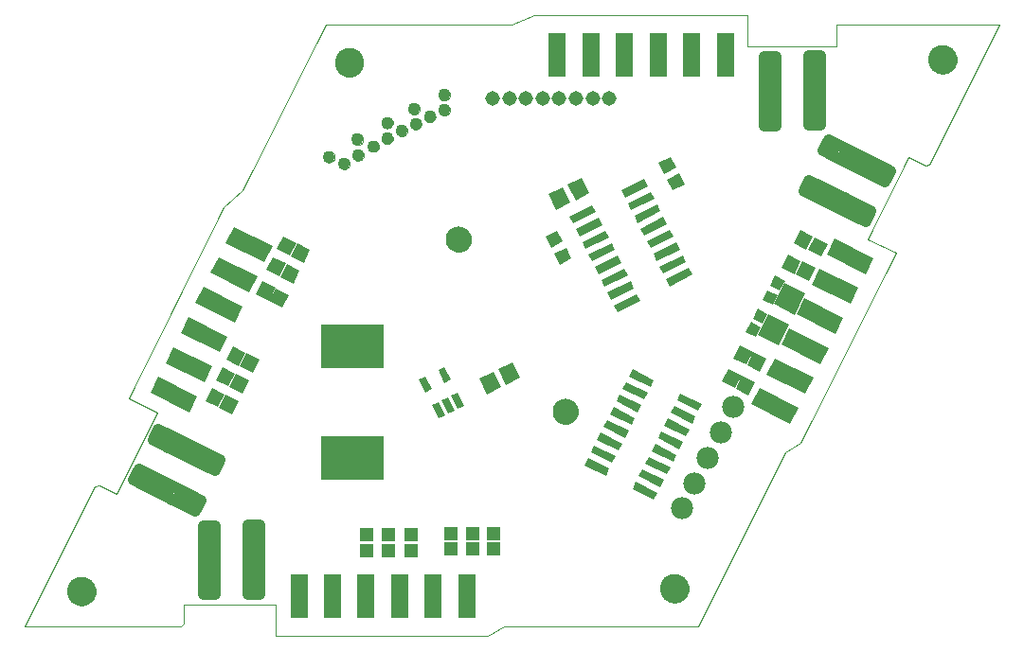
<source format=gbs>
G75*
%MOIN*%
%OFA0B0*%
%FSLAX24Y24*%
%IPPOS*%
%LPD*%
%AMOC8*
5,1,8,0,0,1.08239X$1,22.5*
%
%ADD10C,0.0000*%
%ADD11C,0.1024*%
%ADD12C,0.0906*%
%ADD13C,0.0434*%
%ADD14R,0.0276X0.0906*%
%ADD15R,0.0257X0.0512*%
%ADD16C,0.0516*%
%ADD17R,0.2205X0.1556*%
%ADD18C,0.0780*%
%ADD19R,0.0631X0.1536*%
%ADD20C,0.0414*%
%ADD21R,0.0552X0.0631*%
%ADD22R,0.0850X0.0280*%
%ADD23R,0.0512X0.0512*%
%ADD24R,0.0394X0.0394*%
%ADD25R,0.0827X0.0827*%
%ADD26R,0.0512X0.0512*%
%ADD27R,0.0434X0.0473*%
D10*
X001543Y001214D02*
X007057Y001214D01*
X007162Y001332D01*
X007163Y001992D01*
X010376Y001990D01*
X010370Y000897D01*
X017853Y000897D01*
X018407Y001214D01*
X025254Y001214D01*
X028315Y007336D01*
X028846Y007690D01*
X032212Y014373D01*
X031218Y014865D01*
X032655Y017739D01*
X033246Y017444D01*
X033393Y017483D01*
X035864Y022424D01*
X030103Y022423D01*
X030103Y022424D02*
X030103Y021647D01*
X026989Y021647D01*
X026989Y022739D01*
X019476Y022739D01*
X018689Y022424D01*
X012143Y022424D01*
X009220Y016568D01*
X008561Y015977D01*
X005204Y009265D01*
X006218Y008753D01*
X004781Y005889D01*
X004191Y006184D01*
X004004Y006145D01*
X001543Y001214D01*
X003060Y002453D02*
X003062Y002497D01*
X003068Y002541D01*
X003078Y002584D01*
X003091Y002626D01*
X003109Y002666D01*
X003130Y002705D01*
X003154Y002742D01*
X003181Y002777D01*
X003212Y002809D01*
X003245Y002838D01*
X003281Y002864D01*
X003319Y002886D01*
X003359Y002905D01*
X003400Y002921D01*
X003443Y002933D01*
X003486Y002941D01*
X003530Y002945D01*
X003574Y002945D01*
X003618Y002941D01*
X003661Y002933D01*
X003704Y002921D01*
X003745Y002905D01*
X003785Y002886D01*
X003823Y002864D01*
X003859Y002838D01*
X003892Y002809D01*
X003923Y002777D01*
X003950Y002742D01*
X003974Y002705D01*
X003995Y002666D01*
X004013Y002626D01*
X004026Y002584D01*
X004036Y002541D01*
X004042Y002497D01*
X004044Y002453D01*
X004042Y002409D01*
X004036Y002365D01*
X004026Y002322D01*
X004013Y002280D01*
X003995Y002240D01*
X003974Y002201D01*
X003950Y002164D01*
X003923Y002129D01*
X003892Y002097D01*
X003859Y002068D01*
X003823Y002042D01*
X003785Y002020D01*
X003745Y002001D01*
X003704Y001985D01*
X003661Y001973D01*
X003618Y001965D01*
X003574Y001961D01*
X003530Y001961D01*
X003486Y001965D01*
X003443Y001973D01*
X003400Y001985D01*
X003359Y002001D01*
X003319Y002020D01*
X003281Y002042D01*
X003245Y002068D01*
X003212Y002097D01*
X003181Y002129D01*
X003154Y002164D01*
X003130Y002201D01*
X003109Y002240D01*
X003091Y002280D01*
X003078Y002322D01*
X003068Y002365D01*
X003062Y002409D01*
X003060Y002453D01*
X016391Y014853D02*
X016393Y014894D01*
X016399Y014935D01*
X016409Y014975D01*
X016422Y015014D01*
X016439Y015051D01*
X016460Y015087D01*
X016484Y015121D01*
X016511Y015152D01*
X016540Y015180D01*
X016573Y015206D01*
X016607Y015228D01*
X016644Y015247D01*
X016682Y015262D01*
X016722Y015274D01*
X016762Y015282D01*
X016803Y015286D01*
X016845Y015286D01*
X016886Y015282D01*
X016926Y015274D01*
X016966Y015262D01*
X017004Y015247D01*
X017040Y015228D01*
X017075Y015206D01*
X017108Y015180D01*
X017137Y015152D01*
X017164Y015121D01*
X017188Y015087D01*
X017209Y015051D01*
X017226Y015014D01*
X017239Y014975D01*
X017249Y014935D01*
X017255Y014894D01*
X017257Y014853D01*
X017255Y014812D01*
X017249Y014771D01*
X017239Y014731D01*
X017226Y014692D01*
X017209Y014655D01*
X017188Y014619D01*
X017164Y014585D01*
X017137Y014554D01*
X017108Y014526D01*
X017075Y014500D01*
X017041Y014478D01*
X017004Y014459D01*
X016966Y014444D01*
X016926Y014432D01*
X016886Y014424D01*
X016845Y014420D01*
X016803Y014420D01*
X016762Y014424D01*
X016722Y014432D01*
X016682Y014444D01*
X016644Y014459D01*
X016608Y014478D01*
X016573Y014500D01*
X016540Y014526D01*
X016511Y014554D01*
X016484Y014585D01*
X016460Y014619D01*
X016439Y014655D01*
X016422Y014692D01*
X016409Y014731D01*
X016399Y014771D01*
X016393Y014812D01*
X016391Y014853D01*
X012596Y017523D02*
X012598Y017550D01*
X012604Y017577D01*
X012613Y017603D01*
X012626Y017627D01*
X012642Y017650D01*
X012661Y017669D01*
X012683Y017686D01*
X012707Y017700D01*
X012732Y017710D01*
X012759Y017717D01*
X012786Y017720D01*
X012814Y017719D01*
X012841Y017714D01*
X012867Y017706D01*
X012891Y017694D01*
X012914Y017678D01*
X012935Y017660D01*
X012952Y017639D01*
X012967Y017615D01*
X012978Y017590D01*
X012986Y017564D01*
X012990Y017537D01*
X012990Y017509D01*
X012986Y017482D01*
X012978Y017456D01*
X012967Y017431D01*
X012952Y017407D01*
X012935Y017386D01*
X012914Y017368D01*
X012892Y017352D01*
X012867Y017340D01*
X012841Y017332D01*
X012814Y017327D01*
X012786Y017326D01*
X012759Y017329D01*
X012732Y017336D01*
X012707Y017346D01*
X012683Y017360D01*
X012661Y017377D01*
X012642Y017396D01*
X012626Y017419D01*
X012613Y017443D01*
X012604Y017469D01*
X012598Y017496D01*
X012596Y017523D01*
X012065Y017759D02*
X012067Y017786D01*
X012073Y017813D01*
X012082Y017839D01*
X012095Y017863D01*
X012111Y017886D01*
X012130Y017905D01*
X012152Y017922D01*
X012176Y017936D01*
X012201Y017946D01*
X012228Y017953D01*
X012255Y017956D01*
X012283Y017955D01*
X012310Y017950D01*
X012336Y017942D01*
X012360Y017930D01*
X012383Y017914D01*
X012404Y017896D01*
X012421Y017875D01*
X012436Y017851D01*
X012447Y017826D01*
X012455Y017800D01*
X012459Y017773D01*
X012459Y017745D01*
X012455Y017718D01*
X012447Y017692D01*
X012436Y017667D01*
X012421Y017643D01*
X012404Y017622D01*
X012383Y017604D01*
X012361Y017588D01*
X012336Y017576D01*
X012310Y017568D01*
X012283Y017563D01*
X012255Y017562D01*
X012228Y017565D01*
X012201Y017572D01*
X012176Y017582D01*
X012152Y017596D01*
X012130Y017613D01*
X012111Y017632D01*
X012095Y017655D01*
X012082Y017679D01*
X012073Y017705D01*
X012067Y017732D01*
X012065Y017759D01*
X013088Y017818D02*
X013090Y017845D01*
X013096Y017872D01*
X013105Y017898D01*
X013118Y017922D01*
X013134Y017945D01*
X013153Y017964D01*
X013175Y017981D01*
X013199Y017995D01*
X013224Y018005D01*
X013251Y018012D01*
X013278Y018015D01*
X013306Y018014D01*
X013333Y018009D01*
X013359Y018001D01*
X013383Y017989D01*
X013406Y017973D01*
X013427Y017955D01*
X013444Y017934D01*
X013459Y017910D01*
X013470Y017885D01*
X013478Y017859D01*
X013482Y017832D01*
X013482Y017804D01*
X013478Y017777D01*
X013470Y017751D01*
X013459Y017726D01*
X013444Y017702D01*
X013427Y017681D01*
X013406Y017663D01*
X013384Y017647D01*
X013359Y017635D01*
X013333Y017627D01*
X013306Y017622D01*
X013278Y017621D01*
X013251Y017624D01*
X013224Y017631D01*
X013199Y017641D01*
X013175Y017655D01*
X013153Y017672D01*
X013134Y017691D01*
X013118Y017714D01*
X013105Y017738D01*
X013096Y017764D01*
X013090Y017791D01*
X013088Y017818D01*
X013620Y018133D02*
X013622Y018160D01*
X013628Y018187D01*
X013637Y018213D01*
X013650Y018237D01*
X013666Y018260D01*
X013685Y018279D01*
X013707Y018296D01*
X013731Y018310D01*
X013756Y018320D01*
X013783Y018327D01*
X013810Y018330D01*
X013838Y018329D01*
X013865Y018324D01*
X013891Y018316D01*
X013915Y018304D01*
X013938Y018288D01*
X013959Y018270D01*
X013976Y018249D01*
X013991Y018225D01*
X014002Y018200D01*
X014010Y018174D01*
X014014Y018147D01*
X014014Y018119D01*
X014010Y018092D01*
X014002Y018066D01*
X013991Y018041D01*
X013976Y018017D01*
X013959Y017996D01*
X013938Y017978D01*
X013916Y017962D01*
X013891Y017950D01*
X013865Y017942D01*
X013838Y017937D01*
X013810Y017936D01*
X013783Y017939D01*
X013756Y017946D01*
X013731Y017956D01*
X013707Y017970D01*
X013685Y017987D01*
X013666Y018006D01*
X013650Y018029D01*
X013637Y018053D01*
X013628Y018079D01*
X013622Y018106D01*
X013620Y018133D01*
X013068Y018369D02*
X013070Y018396D01*
X013076Y018423D01*
X013085Y018449D01*
X013098Y018473D01*
X013114Y018496D01*
X013133Y018515D01*
X013155Y018532D01*
X013179Y018546D01*
X013204Y018556D01*
X013231Y018563D01*
X013258Y018566D01*
X013286Y018565D01*
X013313Y018560D01*
X013339Y018552D01*
X013363Y018540D01*
X013386Y018524D01*
X013407Y018506D01*
X013424Y018485D01*
X013439Y018461D01*
X013450Y018436D01*
X013458Y018410D01*
X013462Y018383D01*
X013462Y018355D01*
X013458Y018328D01*
X013450Y018302D01*
X013439Y018277D01*
X013424Y018253D01*
X013407Y018232D01*
X013386Y018214D01*
X013364Y018198D01*
X013339Y018186D01*
X013313Y018178D01*
X013286Y018173D01*
X013258Y018172D01*
X013231Y018175D01*
X013204Y018182D01*
X013179Y018192D01*
X013155Y018206D01*
X013133Y018223D01*
X013114Y018242D01*
X013098Y018265D01*
X013085Y018289D01*
X013076Y018315D01*
X013070Y018342D01*
X013068Y018369D01*
X014112Y018408D02*
X014114Y018435D01*
X014120Y018462D01*
X014129Y018488D01*
X014142Y018512D01*
X014158Y018535D01*
X014177Y018554D01*
X014199Y018571D01*
X014223Y018585D01*
X014248Y018595D01*
X014275Y018602D01*
X014302Y018605D01*
X014330Y018604D01*
X014357Y018599D01*
X014383Y018591D01*
X014407Y018579D01*
X014430Y018563D01*
X014451Y018545D01*
X014468Y018524D01*
X014483Y018500D01*
X014494Y018475D01*
X014502Y018449D01*
X014506Y018422D01*
X014506Y018394D01*
X014502Y018367D01*
X014494Y018341D01*
X014483Y018316D01*
X014468Y018292D01*
X014451Y018271D01*
X014430Y018253D01*
X014408Y018237D01*
X014383Y018225D01*
X014357Y018217D01*
X014330Y018212D01*
X014302Y018211D01*
X014275Y018214D01*
X014248Y018221D01*
X014223Y018231D01*
X014199Y018245D01*
X014177Y018262D01*
X014158Y018281D01*
X014142Y018304D01*
X014129Y018328D01*
X014120Y018354D01*
X014114Y018381D01*
X014112Y018408D01*
X014624Y018684D02*
X014626Y018711D01*
X014632Y018738D01*
X014641Y018764D01*
X014654Y018788D01*
X014670Y018811D01*
X014689Y018830D01*
X014711Y018847D01*
X014735Y018861D01*
X014760Y018871D01*
X014787Y018878D01*
X014814Y018881D01*
X014842Y018880D01*
X014869Y018875D01*
X014895Y018867D01*
X014919Y018855D01*
X014942Y018839D01*
X014963Y018821D01*
X014980Y018800D01*
X014995Y018776D01*
X015006Y018751D01*
X015014Y018725D01*
X015018Y018698D01*
X015018Y018670D01*
X015014Y018643D01*
X015006Y018617D01*
X014995Y018592D01*
X014980Y018568D01*
X014963Y018547D01*
X014942Y018529D01*
X014920Y018513D01*
X014895Y018501D01*
X014869Y018493D01*
X014842Y018488D01*
X014814Y018487D01*
X014787Y018490D01*
X014760Y018497D01*
X014735Y018507D01*
X014711Y018521D01*
X014689Y018538D01*
X014670Y018557D01*
X014654Y018580D01*
X014641Y018604D01*
X014632Y018630D01*
X014626Y018657D01*
X014624Y018684D01*
X014112Y018960D02*
X014114Y018987D01*
X014120Y019014D01*
X014129Y019040D01*
X014142Y019064D01*
X014158Y019087D01*
X014177Y019106D01*
X014199Y019123D01*
X014223Y019137D01*
X014248Y019147D01*
X014275Y019154D01*
X014302Y019157D01*
X014330Y019156D01*
X014357Y019151D01*
X014383Y019143D01*
X014407Y019131D01*
X014430Y019115D01*
X014451Y019097D01*
X014468Y019076D01*
X014483Y019052D01*
X014494Y019027D01*
X014502Y019001D01*
X014506Y018974D01*
X014506Y018946D01*
X014502Y018919D01*
X014494Y018893D01*
X014483Y018868D01*
X014468Y018844D01*
X014451Y018823D01*
X014430Y018805D01*
X014408Y018789D01*
X014383Y018777D01*
X014357Y018769D01*
X014330Y018764D01*
X014302Y018763D01*
X014275Y018766D01*
X014248Y018773D01*
X014223Y018783D01*
X014199Y018797D01*
X014177Y018814D01*
X014158Y018833D01*
X014142Y018856D01*
X014129Y018880D01*
X014120Y018906D01*
X014114Y018933D01*
X014112Y018960D01*
X015057Y019452D02*
X015059Y019479D01*
X015065Y019506D01*
X015074Y019532D01*
X015087Y019556D01*
X015103Y019579D01*
X015122Y019598D01*
X015144Y019615D01*
X015168Y019629D01*
X015193Y019639D01*
X015220Y019646D01*
X015247Y019649D01*
X015275Y019648D01*
X015302Y019643D01*
X015328Y019635D01*
X015352Y019623D01*
X015375Y019607D01*
X015396Y019589D01*
X015413Y019568D01*
X015428Y019544D01*
X015439Y019519D01*
X015447Y019493D01*
X015451Y019466D01*
X015451Y019438D01*
X015447Y019411D01*
X015439Y019385D01*
X015428Y019360D01*
X015413Y019336D01*
X015396Y019315D01*
X015375Y019297D01*
X015353Y019281D01*
X015328Y019269D01*
X015302Y019261D01*
X015275Y019256D01*
X015247Y019255D01*
X015220Y019258D01*
X015193Y019265D01*
X015168Y019275D01*
X015144Y019289D01*
X015122Y019306D01*
X015103Y019325D01*
X015087Y019348D01*
X015074Y019372D01*
X015065Y019398D01*
X015059Y019425D01*
X015057Y019452D01*
X015116Y018920D02*
X015118Y018947D01*
X015124Y018974D01*
X015133Y019000D01*
X015146Y019024D01*
X015162Y019047D01*
X015181Y019066D01*
X015203Y019083D01*
X015227Y019097D01*
X015252Y019107D01*
X015279Y019114D01*
X015306Y019117D01*
X015334Y019116D01*
X015361Y019111D01*
X015387Y019103D01*
X015411Y019091D01*
X015434Y019075D01*
X015455Y019057D01*
X015472Y019036D01*
X015487Y019012D01*
X015498Y018987D01*
X015506Y018961D01*
X015510Y018934D01*
X015510Y018906D01*
X015506Y018879D01*
X015498Y018853D01*
X015487Y018828D01*
X015472Y018804D01*
X015455Y018783D01*
X015434Y018765D01*
X015412Y018749D01*
X015387Y018737D01*
X015361Y018729D01*
X015334Y018724D01*
X015306Y018723D01*
X015279Y018726D01*
X015252Y018733D01*
X015227Y018743D01*
X015203Y018757D01*
X015181Y018774D01*
X015162Y018793D01*
X015146Y018816D01*
X015133Y018840D01*
X015124Y018866D01*
X015118Y018893D01*
X015116Y018920D01*
X015608Y019176D02*
X015610Y019203D01*
X015616Y019230D01*
X015625Y019256D01*
X015638Y019280D01*
X015654Y019303D01*
X015673Y019322D01*
X015695Y019339D01*
X015719Y019353D01*
X015744Y019363D01*
X015771Y019370D01*
X015798Y019373D01*
X015826Y019372D01*
X015853Y019367D01*
X015879Y019359D01*
X015903Y019347D01*
X015926Y019331D01*
X015947Y019313D01*
X015964Y019292D01*
X015979Y019268D01*
X015990Y019243D01*
X015998Y019217D01*
X016002Y019190D01*
X016002Y019162D01*
X015998Y019135D01*
X015990Y019109D01*
X015979Y019084D01*
X015964Y019060D01*
X015947Y019039D01*
X015926Y019021D01*
X015904Y019005D01*
X015879Y018993D01*
X015853Y018985D01*
X015826Y018980D01*
X015798Y018979D01*
X015771Y018982D01*
X015744Y018989D01*
X015719Y018999D01*
X015695Y019013D01*
X015673Y019030D01*
X015654Y019049D01*
X015638Y019072D01*
X015625Y019096D01*
X015616Y019122D01*
X015610Y019149D01*
X015608Y019176D01*
X016120Y019412D02*
X016122Y019439D01*
X016128Y019466D01*
X016137Y019492D01*
X016150Y019516D01*
X016166Y019539D01*
X016185Y019558D01*
X016207Y019575D01*
X016231Y019589D01*
X016256Y019599D01*
X016283Y019606D01*
X016310Y019609D01*
X016338Y019608D01*
X016365Y019603D01*
X016391Y019595D01*
X016415Y019583D01*
X016438Y019567D01*
X016459Y019549D01*
X016476Y019528D01*
X016491Y019504D01*
X016502Y019479D01*
X016510Y019453D01*
X016514Y019426D01*
X016514Y019398D01*
X016510Y019371D01*
X016502Y019345D01*
X016491Y019320D01*
X016476Y019296D01*
X016459Y019275D01*
X016438Y019257D01*
X016416Y019241D01*
X016391Y019229D01*
X016365Y019221D01*
X016338Y019216D01*
X016310Y019215D01*
X016283Y019218D01*
X016256Y019225D01*
X016231Y019235D01*
X016207Y019249D01*
X016185Y019266D01*
X016166Y019285D01*
X016150Y019308D01*
X016137Y019332D01*
X016128Y019358D01*
X016122Y019385D01*
X016120Y019412D01*
X016120Y019944D02*
X016122Y019971D01*
X016128Y019998D01*
X016137Y020024D01*
X016150Y020048D01*
X016166Y020071D01*
X016185Y020090D01*
X016207Y020107D01*
X016231Y020121D01*
X016256Y020131D01*
X016283Y020138D01*
X016310Y020141D01*
X016338Y020140D01*
X016365Y020135D01*
X016391Y020127D01*
X016415Y020115D01*
X016438Y020099D01*
X016459Y020081D01*
X016476Y020060D01*
X016491Y020036D01*
X016502Y020011D01*
X016510Y019985D01*
X016514Y019958D01*
X016514Y019930D01*
X016510Y019903D01*
X016502Y019877D01*
X016491Y019852D01*
X016476Y019828D01*
X016459Y019807D01*
X016438Y019789D01*
X016416Y019773D01*
X016391Y019761D01*
X016365Y019753D01*
X016338Y019748D01*
X016310Y019747D01*
X016283Y019750D01*
X016256Y019757D01*
X016231Y019767D01*
X016207Y019781D01*
X016185Y019798D01*
X016166Y019817D01*
X016150Y019840D01*
X016137Y019864D01*
X016128Y019890D01*
X016122Y019917D01*
X016120Y019944D01*
X012478Y021079D02*
X012480Y021123D01*
X012486Y021167D01*
X012496Y021210D01*
X012509Y021252D01*
X012527Y021292D01*
X012548Y021331D01*
X012572Y021368D01*
X012599Y021403D01*
X012630Y021435D01*
X012663Y021464D01*
X012699Y021490D01*
X012737Y021512D01*
X012777Y021531D01*
X012818Y021547D01*
X012861Y021559D01*
X012904Y021567D01*
X012948Y021571D01*
X012992Y021571D01*
X013036Y021567D01*
X013079Y021559D01*
X013122Y021547D01*
X013163Y021531D01*
X013203Y021512D01*
X013241Y021490D01*
X013277Y021464D01*
X013310Y021435D01*
X013341Y021403D01*
X013368Y021368D01*
X013392Y021331D01*
X013413Y021292D01*
X013431Y021252D01*
X013444Y021210D01*
X013454Y021167D01*
X013460Y021123D01*
X013462Y021079D01*
X013460Y021035D01*
X013454Y020991D01*
X013444Y020948D01*
X013431Y020906D01*
X013413Y020866D01*
X013392Y020827D01*
X013368Y020790D01*
X013341Y020755D01*
X013310Y020723D01*
X013277Y020694D01*
X013241Y020668D01*
X013203Y020646D01*
X013163Y020627D01*
X013122Y020611D01*
X013079Y020599D01*
X013036Y020591D01*
X012992Y020587D01*
X012948Y020587D01*
X012904Y020591D01*
X012861Y020599D01*
X012818Y020611D01*
X012777Y020627D01*
X012737Y020646D01*
X012699Y020668D01*
X012663Y020694D01*
X012630Y020723D01*
X012599Y020755D01*
X012572Y020790D01*
X012548Y020827D01*
X012527Y020866D01*
X012509Y020906D01*
X012496Y020948D01*
X012486Y020991D01*
X012480Y021035D01*
X012478Y021079D01*
X020144Y008781D02*
X020146Y008822D01*
X020152Y008863D01*
X020162Y008903D01*
X020175Y008942D01*
X020192Y008979D01*
X020213Y009015D01*
X020237Y009049D01*
X020264Y009080D01*
X020293Y009108D01*
X020326Y009134D01*
X020360Y009156D01*
X020397Y009175D01*
X020435Y009190D01*
X020475Y009202D01*
X020515Y009210D01*
X020556Y009214D01*
X020598Y009214D01*
X020639Y009210D01*
X020679Y009202D01*
X020719Y009190D01*
X020757Y009175D01*
X020793Y009156D01*
X020828Y009134D01*
X020861Y009108D01*
X020890Y009080D01*
X020917Y009049D01*
X020941Y009015D01*
X020962Y008979D01*
X020979Y008942D01*
X020992Y008903D01*
X021002Y008863D01*
X021008Y008822D01*
X021010Y008781D01*
X021008Y008740D01*
X021002Y008699D01*
X020992Y008659D01*
X020979Y008620D01*
X020962Y008583D01*
X020941Y008547D01*
X020917Y008513D01*
X020890Y008482D01*
X020861Y008454D01*
X020828Y008428D01*
X020794Y008406D01*
X020757Y008387D01*
X020719Y008372D01*
X020679Y008360D01*
X020639Y008352D01*
X020598Y008348D01*
X020556Y008348D01*
X020515Y008352D01*
X020475Y008360D01*
X020435Y008372D01*
X020397Y008387D01*
X020361Y008406D01*
X020326Y008428D01*
X020293Y008454D01*
X020264Y008482D01*
X020237Y008513D01*
X020213Y008547D01*
X020192Y008583D01*
X020175Y008620D01*
X020162Y008659D01*
X020152Y008699D01*
X020146Y008740D01*
X020144Y008781D01*
X023929Y002550D02*
X023931Y002594D01*
X023937Y002638D01*
X023947Y002681D01*
X023960Y002723D01*
X023978Y002763D01*
X023999Y002802D01*
X024023Y002839D01*
X024050Y002874D01*
X024081Y002906D01*
X024114Y002935D01*
X024150Y002961D01*
X024188Y002983D01*
X024228Y003002D01*
X024269Y003018D01*
X024312Y003030D01*
X024355Y003038D01*
X024399Y003042D01*
X024443Y003042D01*
X024487Y003038D01*
X024530Y003030D01*
X024573Y003018D01*
X024614Y003002D01*
X024654Y002983D01*
X024692Y002961D01*
X024728Y002935D01*
X024761Y002906D01*
X024792Y002874D01*
X024819Y002839D01*
X024843Y002802D01*
X024864Y002763D01*
X024882Y002723D01*
X024895Y002681D01*
X024905Y002638D01*
X024911Y002594D01*
X024913Y002550D01*
X024911Y002506D01*
X024905Y002462D01*
X024895Y002419D01*
X024882Y002377D01*
X024864Y002337D01*
X024843Y002298D01*
X024819Y002261D01*
X024792Y002226D01*
X024761Y002194D01*
X024728Y002165D01*
X024692Y002139D01*
X024654Y002117D01*
X024614Y002098D01*
X024573Y002082D01*
X024530Y002070D01*
X024487Y002062D01*
X024443Y002058D01*
X024399Y002058D01*
X024355Y002062D01*
X024312Y002070D01*
X024269Y002082D01*
X024228Y002098D01*
X024188Y002117D01*
X024150Y002139D01*
X024114Y002165D01*
X024081Y002194D01*
X024050Y002226D01*
X024023Y002261D01*
X023999Y002298D01*
X023978Y002337D01*
X023960Y002377D01*
X023947Y002419D01*
X023937Y002462D01*
X023931Y002506D01*
X023929Y002550D01*
X033359Y021185D02*
X033361Y021229D01*
X033367Y021273D01*
X033377Y021316D01*
X033390Y021358D01*
X033408Y021398D01*
X033429Y021437D01*
X033453Y021474D01*
X033480Y021509D01*
X033511Y021541D01*
X033544Y021570D01*
X033580Y021596D01*
X033618Y021618D01*
X033658Y021637D01*
X033699Y021653D01*
X033742Y021665D01*
X033785Y021673D01*
X033829Y021677D01*
X033873Y021677D01*
X033917Y021673D01*
X033960Y021665D01*
X034003Y021653D01*
X034044Y021637D01*
X034084Y021618D01*
X034122Y021596D01*
X034158Y021570D01*
X034191Y021541D01*
X034222Y021509D01*
X034249Y021474D01*
X034273Y021437D01*
X034294Y021398D01*
X034312Y021358D01*
X034325Y021316D01*
X034335Y021273D01*
X034341Y021229D01*
X034343Y021185D01*
X034341Y021141D01*
X034335Y021097D01*
X034325Y021054D01*
X034312Y021012D01*
X034294Y020972D01*
X034273Y020933D01*
X034249Y020896D01*
X034222Y020861D01*
X034191Y020829D01*
X034158Y020800D01*
X034122Y020774D01*
X034084Y020752D01*
X034044Y020733D01*
X034003Y020717D01*
X033960Y020705D01*
X033917Y020697D01*
X033873Y020693D01*
X033829Y020693D01*
X033785Y020697D01*
X033742Y020705D01*
X033699Y020717D01*
X033658Y020733D01*
X033618Y020752D01*
X033580Y020774D01*
X033544Y020800D01*
X033511Y020829D01*
X033480Y020861D01*
X033453Y020896D01*
X033429Y020933D01*
X033408Y020972D01*
X033390Y021012D01*
X033377Y021054D01*
X033367Y021097D01*
X033361Y021141D01*
X033359Y021185D01*
D11*
X033851Y021185D03*
X012970Y021079D03*
X024421Y002550D03*
X003552Y002453D03*
D12*
X020577Y008781D03*
X016824Y014853D03*
D13*
X013285Y017818D03*
X012793Y017523D03*
X012262Y017759D03*
X013265Y018369D03*
X013817Y018133D03*
X014309Y018408D03*
X014821Y018684D03*
X014309Y018960D03*
X015254Y019452D03*
X015313Y018920D03*
X015805Y019176D03*
X016317Y019412D03*
X016317Y019944D03*
D14*
G36*
X020846Y015409D02*
X020723Y015656D01*
X021532Y016061D01*
X021655Y015814D01*
X020846Y015409D01*
G37*
G36*
X021070Y014962D02*
X020947Y015209D01*
X021756Y015614D01*
X021879Y015367D01*
X021070Y014962D01*
G37*
G36*
X021294Y014515D02*
X021171Y014762D01*
X021980Y015167D01*
X022103Y014920D01*
X021294Y014515D01*
G37*
G36*
X021518Y014068D02*
X021395Y014315D01*
X022204Y014720D01*
X022327Y014473D01*
X021518Y014068D01*
G37*
G36*
X021742Y013621D02*
X021619Y013868D01*
X022428Y014273D01*
X022551Y014026D01*
X021742Y013621D01*
G37*
G36*
X021966Y013174D02*
X021843Y013421D01*
X022652Y013826D01*
X022775Y013579D01*
X021966Y013174D01*
G37*
G36*
X022189Y012727D02*
X022066Y012974D01*
X022875Y013379D01*
X022998Y013132D01*
X022189Y012727D01*
G37*
G36*
X022413Y012280D02*
X022290Y012527D01*
X023099Y012932D01*
X023222Y012685D01*
X022413Y012280D01*
G37*
G36*
X024244Y013196D02*
X024121Y013443D01*
X024930Y013848D01*
X025053Y013601D01*
X024244Y013196D01*
G37*
G36*
X024020Y013643D02*
X023897Y013890D01*
X024706Y014295D01*
X024829Y014048D01*
X024020Y013643D01*
G37*
G36*
X023796Y014090D02*
X023673Y014337D01*
X024482Y014742D01*
X024605Y014495D01*
X023796Y014090D01*
G37*
G36*
X023572Y014538D02*
X023449Y014785D01*
X024258Y015190D01*
X024381Y014943D01*
X023572Y014538D01*
G37*
G36*
X023348Y014985D02*
X023225Y015232D01*
X024034Y015637D01*
X024157Y015390D01*
X023348Y014985D01*
G37*
G36*
X023125Y015432D02*
X023002Y015679D01*
X023811Y016084D01*
X023934Y015837D01*
X023125Y015432D01*
G37*
G36*
X022901Y015879D02*
X022778Y016126D01*
X023587Y016531D01*
X023710Y016284D01*
X022901Y015879D01*
G37*
G36*
X022677Y016326D02*
X022554Y016573D01*
X023363Y016978D01*
X023486Y016731D01*
X022677Y016326D01*
G37*
D15*
G36*
X016102Y010251D02*
X016331Y010366D01*
X016560Y009909D01*
X016331Y009794D01*
X016102Y010251D01*
G37*
G36*
X015433Y009916D02*
X015662Y010031D01*
X015891Y009574D01*
X015662Y009459D01*
X015433Y009916D01*
G37*
G36*
X015892Y009001D02*
X016121Y009116D01*
X016350Y008659D01*
X016121Y008544D01*
X015892Y009001D01*
G37*
G36*
X016226Y009168D02*
X016455Y009283D01*
X016684Y008826D01*
X016455Y008711D01*
X016226Y009168D01*
G37*
G36*
X016561Y009336D02*
X016790Y009451D01*
X017019Y008994D01*
X016790Y008879D01*
X016561Y009336D01*
G37*
D16*
X018013Y019831D03*
X018604Y019831D03*
X019194Y019831D03*
X019785Y019831D03*
X020356Y019831D03*
X020946Y019831D03*
X021537Y019831D03*
X022127Y019831D03*
D17*
X013094Y011074D03*
X013094Y007157D03*
D18*
X024679Y005374D03*
X025133Y006265D03*
X025587Y007156D03*
X026041Y008047D03*
X026495Y008938D03*
D19*
G36*
X028781Y008914D02*
X028499Y008351D01*
X027127Y009038D01*
X027409Y009601D01*
X028781Y008914D01*
G37*
G36*
X029310Y009971D02*
X029028Y009408D01*
X027656Y010095D01*
X027938Y010658D01*
X029310Y009971D01*
G37*
G36*
X029839Y011027D02*
X029557Y010464D01*
X028185Y011151D01*
X028467Y011714D01*
X029839Y011027D01*
G37*
G36*
X030368Y012083D02*
X030086Y011520D01*
X028714Y012207D01*
X028996Y012770D01*
X030368Y012083D01*
G37*
G36*
X030896Y013139D02*
X030614Y012576D01*
X029242Y013263D01*
X029524Y013826D01*
X030896Y013139D01*
G37*
G36*
X031425Y014195D02*
X031143Y013632D01*
X029771Y014319D01*
X030053Y014882D01*
X031425Y014195D01*
G37*
X026202Y021364D03*
X025021Y021364D03*
X023840Y021364D03*
X022659Y021364D03*
X021477Y021364D03*
X020296Y021364D03*
G36*
X008622Y014725D02*
X008904Y015288D01*
X010276Y014601D01*
X009994Y014038D01*
X008622Y014725D01*
G37*
G36*
X008093Y013668D02*
X008375Y014231D01*
X009747Y013544D01*
X009465Y012981D01*
X008093Y013668D01*
G37*
G36*
X007564Y012612D02*
X007846Y013175D01*
X009218Y012488D01*
X008936Y011925D01*
X007564Y012612D01*
G37*
G36*
X007035Y011556D02*
X007317Y012119D01*
X008689Y011432D01*
X008407Y010869D01*
X007035Y011556D01*
G37*
G36*
X006506Y010500D02*
X006788Y011063D01*
X008160Y010376D01*
X007878Y009813D01*
X006506Y010500D01*
G37*
G36*
X005977Y009444D02*
X006259Y010007D01*
X007631Y009320D01*
X007349Y008757D01*
X005977Y009444D01*
G37*
X011205Y002277D03*
X012386Y002277D03*
X013567Y002277D03*
X014748Y002277D03*
X015929Y002277D03*
X017110Y002277D03*
D20*
X009422Y002356D02*
X009422Y004776D01*
X009834Y004776D01*
X009834Y002356D01*
X009422Y002356D01*
X009422Y002769D02*
X009834Y002769D01*
X009834Y003182D02*
X009422Y003182D01*
X009422Y003595D02*
X009834Y003595D01*
X009834Y004008D02*
X009422Y004008D01*
X009422Y004421D02*
X009834Y004421D01*
X007848Y004756D02*
X007848Y002336D01*
X007848Y004756D02*
X008260Y004756D01*
X008260Y002336D01*
X007848Y002336D01*
X007848Y002749D02*
X008260Y002749D01*
X008260Y003162D02*
X007848Y003162D01*
X007848Y003575D02*
X008260Y003575D01*
X008260Y003988D02*
X007848Y003988D01*
X007848Y004401D02*
X008260Y004401D01*
X007742Y005655D02*
X005579Y006737D01*
X007742Y005655D02*
X007557Y005287D01*
X005394Y006369D01*
X005579Y006737D01*
X006731Y005700D02*
X007652Y005700D01*
X006826Y006113D02*
X005906Y006113D01*
X006001Y006526D02*
X005473Y006526D01*
X006267Y008154D02*
X008430Y007072D01*
X008245Y006704D01*
X006082Y007786D01*
X006267Y008154D01*
X007419Y007117D02*
X008340Y007117D01*
X007514Y007530D02*
X006594Y007530D01*
X006689Y007943D02*
X006161Y007943D01*
X027986Y018863D02*
X027986Y021283D01*
X027986Y018863D02*
X027574Y018863D01*
X027574Y021283D01*
X027986Y021283D01*
X027986Y019276D02*
X027574Y019276D01*
X027574Y019689D02*
X027986Y019689D01*
X027986Y020102D02*
X027574Y020102D01*
X027574Y020515D02*
X027986Y020515D01*
X027986Y020928D02*
X027574Y020928D01*
X029561Y021303D02*
X029561Y018883D01*
X029149Y018883D01*
X029149Y021303D01*
X029561Y021303D01*
X029561Y019296D02*
X029149Y019296D01*
X029149Y019709D02*
X029561Y019709D01*
X029561Y020122D02*
X029149Y020122D01*
X029149Y020535D02*
X029561Y020535D01*
X029561Y020948D02*
X029149Y020948D01*
X029661Y017978D02*
X031824Y016896D01*
X029661Y017978D02*
X029846Y018346D01*
X032009Y017264D01*
X031824Y016896D01*
X031919Y017309D02*
X030998Y017309D01*
X031093Y017722D02*
X030173Y017722D01*
X030268Y018135D02*
X029740Y018135D01*
X028973Y016561D02*
X031136Y015479D01*
X028973Y016561D02*
X029158Y016929D01*
X031321Y015847D01*
X031136Y015479D01*
X031231Y015892D02*
X030310Y015892D01*
X030405Y016305D02*
X029485Y016305D01*
X029580Y016718D02*
X029052Y016718D01*
D21*
G36*
X020654Y016787D02*
X021146Y017034D01*
X021428Y016471D01*
X020936Y016224D01*
X020654Y016787D01*
G37*
G36*
X019985Y016452D02*
X020477Y016699D01*
X020759Y016136D01*
X020267Y015889D01*
X019985Y016452D01*
G37*
G36*
X018986Y009970D02*
X018494Y009723D01*
X018212Y010286D01*
X018704Y010533D01*
X018986Y009970D01*
G37*
G36*
X018317Y009635D02*
X017825Y009388D01*
X017543Y009951D01*
X018035Y010198D01*
X018317Y009635D01*
G37*
D22*
G36*
X021823Y008045D02*
X022582Y007665D01*
X022457Y007415D01*
X021698Y007795D01*
X021823Y008045D01*
G37*
G36*
X022046Y008492D02*
X022805Y008112D01*
X022680Y007862D01*
X021921Y008242D01*
X022046Y008492D01*
G37*
G36*
X022270Y008939D02*
X023029Y008559D01*
X022904Y008309D01*
X022145Y008689D01*
X022270Y008939D01*
G37*
G36*
X022494Y009386D02*
X023253Y009006D01*
X023128Y008756D01*
X022369Y009136D01*
X022494Y009386D01*
G37*
G36*
X022718Y009833D02*
X023477Y009453D01*
X023352Y009203D01*
X022593Y009583D01*
X022718Y009833D01*
G37*
G36*
X022942Y010280D02*
X023701Y009900D01*
X023576Y009650D01*
X022817Y010030D01*
X022942Y010280D01*
G37*
G36*
X024632Y009434D02*
X025391Y009054D01*
X025266Y008804D01*
X024507Y009184D01*
X024632Y009434D01*
G37*
G36*
X024408Y008987D02*
X025167Y008607D01*
X025042Y008357D01*
X024283Y008737D01*
X024408Y008987D01*
G37*
G36*
X024184Y008540D02*
X024943Y008160D01*
X024818Y007910D01*
X024059Y008290D01*
X024184Y008540D01*
G37*
G36*
X023960Y008092D02*
X024719Y007712D01*
X024594Y007462D01*
X023835Y007842D01*
X023960Y008092D01*
G37*
G36*
X023736Y007645D02*
X024495Y007265D01*
X024370Y007015D01*
X023611Y007395D01*
X023736Y007645D01*
G37*
G36*
X023513Y007198D02*
X024272Y006818D01*
X024147Y006568D01*
X023388Y006948D01*
X023513Y007198D01*
G37*
G36*
X023289Y006751D02*
X024048Y006371D01*
X023923Y006121D01*
X023164Y006501D01*
X023289Y006751D01*
G37*
G36*
X023065Y006304D02*
X023824Y005924D01*
X023699Y005674D01*
X022940Y006054D01*
X023065Y006304D01*
G37*
G36*
X021375Y007150D02*
X022134Y006770D01*
X022009Y006520D01*
X021250Y006900D01*
X021375Y007150D01*
G37*
G36*
X021599Y007598D02*
X022358Y007218D01*
X022233Y006968D01*
X021474Y007348D01*
X021599Y007598D01*
G37*
D23*
G36*
X026554Y009607D02*
X026097Y009836D01*
X026326Y010293D01*
X026783Y010064D01*
X026554Y009607D01*
G37*
G36*
X027029Y009355D02*
X026572Y009584D01*
X026801Y010041D01*
X027258Y009812D01*
X027029Y009355D01*
G37*
G36*
X027428Y010186D02*
X026971Y010415D01*
X027200Y010872D01*
X027657Y010643D01*
X027428Y010186D01*
G37*
G36*
X026953Y010438D02*
X026496Y010667D01*
X026725Y011124D01*
X027182Y010895D01*
X026953Y010438D01*
G37*
G36*
X029156Y013388D02*
X028699Y013617D01*
X028928Y014074D01*
X029385Y013845D01*
X029156Y013388D01*
G37*
G36*
X028638Y013628D02*
X028181Y013857D01*
X028410Y014314D01*
X028867Y014085D01*
X028638Y013628D01*
G37*
G36*
X029578Y014241D02*
X029121Y014470D01*
X029350Y014927D01*
X029807Y014698D01*
X029578Y014241D01*
G37*
G36*
X029064Y014493D02*
X028607Y014722D01*
X028836Y015179D01*
X029293Y014950D01*
X029064Y014493D01*
G37*
G36*
X011142Y014711D02*
X011599Y014482D01*
X011370Y014025D01*
X010913Y014254D01*
X011142Y014711D01*
G37*
G36*
X010655Y014959D02*
X011112Y014730D01*
X010883Y014273D01*
X010426Y014502D01*
X010655Y014959D01*
G37*
G36*
X010290Y014230D02*
X010747Y014001D01*
X010518Y013544D01*
X010061Y013773D01*
X010290Y014230D01*
G37*
G36*
X010776Y013981D02*
X011233Y013752D01*
X011004Y013295D01*
X010547Y013524D01*
X010776Y013981D01*
G37*
G36*
X009924Y013375D02*
X010381Y013146D01*
X010152Y012689D01*
X009695Y012918D01*
X009924Y013375D01*
G37*
G36*
X010394Y013127D02*
X010851Y012898D01*
X010622Y012441D01*
X010165Y012670D01*
X010394Y013127D01*
G37*
G36*
X008871Y011083D02*
X009328Y010854D01*
X009099Y010397D01*
X008642Y010626D01*
X008871Y011083D01*
G37*
G36*
X009358Y010835D02*
X009815Y010606D01*
X009586Y010149D01*
X009129Y010378D01*
X009358Y010835D01*
G37*
G36*
X008992Y010106D02*
X009449Y009877D01*
X009220Y009420D01*
X008763Y009649D01*
X008992Y010106D01*
G37*
G36*
X008505Y010354D02*
X008962Y010125D01*
X008733Y009668D01*
X008276Y009897D01*
X008505Y010354D01*
G37*
G36*
X008139Y009624D02*
X008596Y009395D01*
X008367Y008938D01*
X007910Y009167D01*
X008139Y009624D01*
G37*
G36*
X008626Y009376D02*
X009083Y009147D01*
X008854Y008690D01*
X008397Y008919D01*
X008626Y009376D01*
G37*
D24*
G36*
X027284Y011414D02*
X026933Y011591D01*
X027110Y011942D01*
X027461Y011765D01*
X027284Y011414D01*
G37*
G36*
X027524Y011882D02*
X027173Y012059D01*
X027350Y012410D01*
X027701Y012233D01*
X027524Y011882D01*
G37*
G36*
X027874Y012538D02*
X027523Y012715D01*
X027700Y013066D01*
X028051Y012889D01*
X027874Y012538D01*
G37*
G36*
X028131Y013043D02*
X027780Y013220D01*
X027957Y013571D01*
X028308Y013394D01*
X028131Y013043D01*
G37*
D25*
G36*
X028662Y012198D02*
X027924Y012568D01*
X028294Y013306D01*
X029032Y012936D01*
X028662Y012198D01*
G37*
G36*
X028092Y011118D02*
X027354Y011488D01*
X027724Y012226D01*
X028462Y011856D01*
X028092Y011118D01*
G37*
D26*
X018053Y004490D03*
X018053Y003947D03*
X017303Y003947D03*
X017303Y004490D03*
X016553Y004490D03*
X016553Y003947D03*
X015157Y003895D03*
X015157Y004441D03*
X014345Y004441D03*
X013595Y004441D03*
X013595Y003895D03*
X014345Y003895D03*
D27*
G36*
X020380Y013960D02*
X020183Y014346D01*
X020602Y014560D01*
X020799Y014174D01*
X020380Y013960D01*
G37*
G36*
X020076Y014556D02*
X019879Y014942D01*
X020298Y015156D01*
X020495Y014770D01*
X020076Y014556D01*
G37*
G36*
X024283Y017765D02*
X024480Y017379D01*
X024061Y017165D01*
X023864Y017551D01*
X024283Y017765D01*
G37*
G36*
X024587Y017168D02*
X024784Y016782D01*
X024365Y016568D01*
X024168Y016954D01*
X024587Y017168D01*
G37*
M02*

</source>
